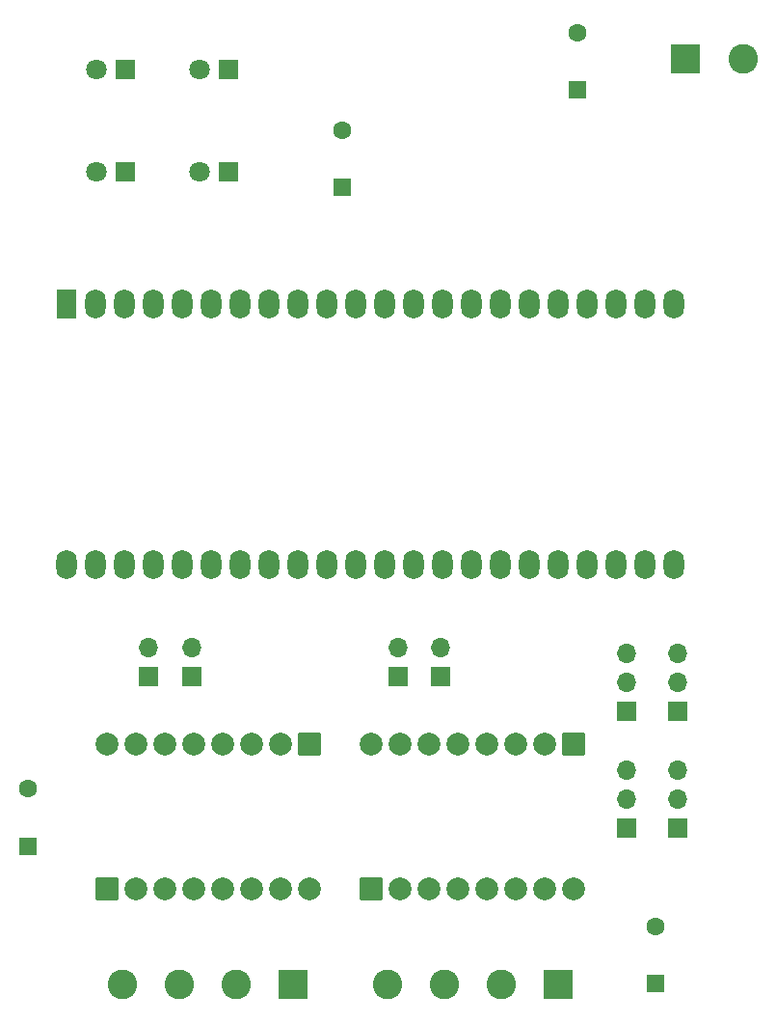
<source format=gbr>
%TF.GenerationSoftware,KiCad,Pcbnew,8.0.0*%
%TF.CreationDate,2025-04-05T00:05:52+03:00*%
%TF.ProjectId,esp_stepper,6573705f-7374-4657-9070-65722e6b6963,rev?*%
%TF.SameCoordinates,Original*%
%TF.FileFunction,Soldermask,Bot*%
%TF.FilePolarity,Negative*%
%FSLAX46Y46*%
G04 Gerber Fmt 4.6, Leading zero omitted, Abs format (unit mm)*
G04 Created by KiCad (PCBNEW 8.0.0) date 2025-04-05 00:05:52*
%MOMM*%
%LPD*%
G01*
G04 APERTURE LIST*
G04 Aperture macros list*
%AMRoundRect*
0 Rectangle with rounded corners*
0 $1 Rounding radius*
0 $2 $3 $4 $5 $6 $7 $8 $9 X,Y pos of 4 corners*
0 Add a 4 corners polygon primitive as box body*
4,1,4,$2,$3,$4,$5,$6,$7,$8,$9,$2,$3,0*
0 Add four circle primitives for the rounded corners*
1,1,$1+$1,$2,$3*
1,1,$1+$1,$4,$5*
1,1,$1+$1,$6,$7*
1,1,$1+$1,$8,$9*
0 Add four rect primitives between the rounded corners*
20,1,$1+$1,$2,$3,$4,$5,0*
20,1,$1+$1,$4,$5,$6,$7,0*
20,1,$1+$1,$6,$7,$8,$9,0*
20,1,$1+$1,$8,$9,$2,$3,0*%
G04 Aperture macros list end*
%ADD10R,1.800000X1.800000*%
%ADD11C,1.800000*%
%ADD12R,2.600000X2.600000*%
%ADD13C,2.600000*%
%ADD14R,1.800000X2.600000*%
%ADD15O,1.800000X2.600000*%
%ADD16RoundRect,0.102000X0.900000X-0.900000X0.900000X0.900000X-0.900000X0.900000X-0.900000X-0.900000X0*%
%ADD17C,2.004000*%
%ADD18R,1.600000X1.600000*%
%ADD19C,1.600000*%
%ADD20R,1.700000X1.700000*%
%ADD21O,1.700000X1.700000*%
G04 APERTURE END LIST*
D10*
%TO.C,D5*%
X105597618Y-67500000D03*
D11*
X103057618Y-67500000D03*
%TD*%
D10*
%TO.C,D3*%
X105597618Y-76500000D03*
D11*
X103057618Y-76500000D03*
%TD*%
D12*
%TO.C,J1*%
X111322618Y-147805000D03*
D13*
X106322618Y-147805000D03*
X101322618Y-147805000D03*
X96322618Y-147805000D03*
%TD*%
D14*
%TO.C,U5*%
X91430538Y-88070000D03*
D15*
X93970538Y-88070000D03*
X96510538Y-88070000D03*
X99050538Y-88070000D03*
X101590538Y-88070000D03*
X104130538Y-88070000D03*
X106670538Y-88070000D03*
X109210538Y-88070000D03*
X111750538Y-88070000D03*
X114290538Y-88070000D03*
X116830538Y-88070000D03*
X119370538Y-88070000D03*
X121910538Y-88070000D03*
X124450538Y-88070000D03*
X126990538Y-88070000D03*
X129530538Y-88070000D03*
X132070538Y-88070000D03*
X134610538Y-88070000D03*
X137150538Y-88070000D03*
X139687818Y-88066320D03*
X142227818Y-88066320D03*
X144767818Y-88066320D03*
X144770538Y-110930000D03*
X142230538Y-110930000D03*
X139690538Y-110930000D03*
X137150538Y-110930000D03*
X134610538Y-110930000D03*
X132070538Y-110930000D03*
X129530538Y-110930000D03*
X126990538Y-110930000D03*
X124450538Y-110930000D03*
X121910538Y-110930000D03*
X119370538Y-110930000D03*
X116830538Y-110930000D03*
X114290538Y-110930000D03*
X111750538Y-110930000D03*
X109210538Y-110930000D03*
X106670538Y-110930000D03*
X104130538Y-110930000D03*
X101590538Y-110930000D03*
X99050538Y-110930000D03*
X96510538Y-110930000D03*
X93970538Y-110930000D03*
X91430538Y-110930000D03*
%TD*%
D16*
%TO.C,U1*%
X112712618Y-126650000D03*
D17*
X110172618Y-126650000D03*
X107632618Y-126650000D03*
X105092618Y-126650000D03*
X102552618Y-126650000D03*
X100012618Y-126650000D03*
X97472618Y-126650000D03*
X94932618Y-126650000D03*
D16*
X94932618Y-139350000D03*
D17*
X97472618Y-139350000D03*
X100012618Y-139350000D03*
X102552618Y-139350000D03*
X105092618Y-139350000D03*
X107632618Y-139350000D03*
X110172618Y-139350000D03*
X112712618Y-139350000D03*
%TD*%
D18*
%TO.C,C1*%
X136272618Y-69305302D03*
D19*
X136272618Y-64305302D03*
%TD*%
D20*
%TO.C,J10*%
X140572618Y-123830000D03*
D21*
X140572618Y-121290000D03*
X140572618Y-118750000D03*
%TD*%
D18*
%TO.C,C8*%
X87993967Y-135625651D03*
D19*
X87993967Y-130625651D03*
%TD*%
D12*
%TO.C,J3*%
X134572618Y-147805000D03*
D13*
X129572618Y-147805000D03*
X124572618Y-147805000D03*
X119572618Y-147805000D03*
%TD*%
D18*
%TO.C,C2*%
X115622618Y-77840651D03*
D19*
X115622618Y-72840651D03*
%TD*%
D20*
%TO.C,J4*%
X98604618Y-120775000D03*
D21*
X98604618Y-118235000D03*
%TD*%
D20*
%TO.C,J5*%
X102414618Y-120775000D03*
D21*
X102414618Y-118235000D03*
%TD*%
D20*
%TO.C,J6*%
X124258618Y-120750000D03*
D21*
X124258618Y-118210000D03*
%TD*%
D10*
%TO.C,D4*%
X96597618Y-67500000D03*
D11*
X94057618Y-67500000D03*
%TD*%
D20*
%TO.C,J8*%
X145072618Y-123830000D03*
D21*
X145072618Y-121290000D03*
X145072618Y-118750000D03*
%TD*%
D20*
%TO.C,J7*%
X120572618Y-120750000D03*
D21*
X120572618Y-118210000D03*
%TD*%
D16*
%TO.C,U2*%
X135962618Y-126650000D03*
D17*
X133422618Y-126650000D03*
X130882618Y-126650000D03*
X128342618Y-126650000D03*
X125802618Y-126650000D03*
X123262618Y-126650000D03*
X120722618Y-126650000D03*
X118182618Y-126650000D03*
D16*
X118182618Y-139350000D03*
D17*
X120722618Y-139350000D03*
X123262618Y-139350000D03*
X125802618Y-139350000D03*
X128342618Y-139350000D03*
X130882618Y-139350000D03*
X133422618Y-139350000D03*
X135962618Y-139350000D03*
%TD*%
D18*
%TO.C,C7*%
X143181618Y-147690651D03*
D19*
X143181618Y-142690651D03*
%TD*%
D10*
%TO.C,D2*%
X96597618Y-76500000D03*
D11*
X94057618Y-76500000D03*
%TD*%
D20*
%TO.C,J9*%
X145072618Y-134080000D03*
D21*
X145072618Y-131540000D03*
X145072618Y-129000000D03*
%TD*%
D12*
%TO.C,J2*%
X145727618Y-66597651D03*
D13*
X150807618Y-66597651D03*
%TD*%
D20*
%TO.C,J11*%
X140572618Y-134080000D03*
D21*
X140572618Y-131540000D03*
X140572618Y-129000000D03*
%TD*%
M02*

</source>
